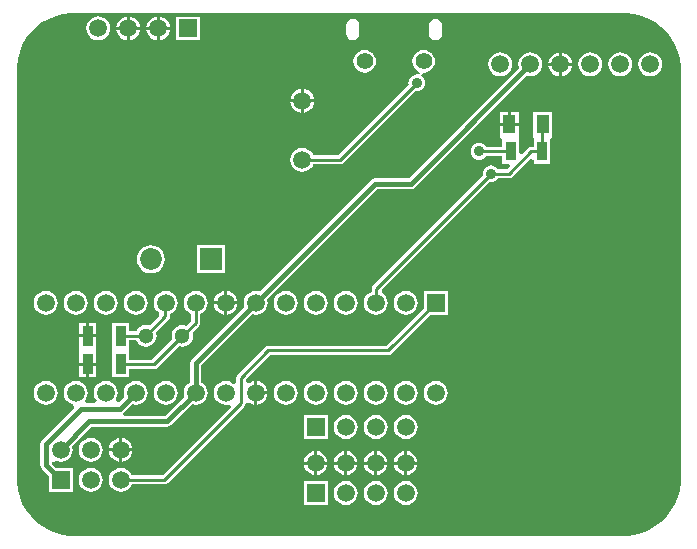
<source format=gbl>
G04*
G04 #@! TF.GenerationSoftware,Altium Limited,Altium Designer,22.1.2 (22)*
G04*
G04 Layer_Physical_Order=2*
G04 Layer_Color=16711680*
%FSLAX25Y25*%
%MOIN*%
G70*
G04*
G04 #@! TF.SameCoordinates,7393A906-C076-4882-B3B6-B19C62209B97*
G04*
G04*
G04 #@! TF.FilePolarity,Positive*
G04*
G01*
G75*
%ADD13C,0.01000*%
%ADD38R,0.04331X0.06496*%
%ADD39C,0.01500*%
%ADD40C,0.05500*%
%ADD41C,0.05906*%
%ADD42C,0.07284*%
%ADD43C,0.05118*%
%ADD44R,0.05906X0.05906*%
%ADD45R,0.07284X0.07284*%
%ADD46R,0.05906X0.05906*%
%ADD47C,0.03600*%
%ADD48R,0.03543X0.06102*%
%ADD49R,0.03740X0.06693*%
G36*
X205251Y174856D02*
X207680Y174205D01*
X210003Y173243D01*
X212181Y171985D01*
X214176Y170455D01*
X215954Y168676D01*
X217485Y166681D01*
X218743Y164503D01*
X219705Y162180D01*
X220356Y159751D01*
X220684Y157257D01*
Y156000D01*
Y20000D01*
Y18743D01*
X220356Y16249D01*
X219705Y13820D01*
X218743Y11497D01*
X217485Y9319D01*
X215954Y7324D01*
X214176Y5545D01*
X212181Y4014D01*
X210003Y2757D01*
X207680Y1795D01*
X205251Y1144D01*
X202757Y816D01*
X17243D01*
X14749Y1144D01*
X12320Y1795D01*
X9997Y2757D01*
X7819Y4014D01*
X5824Y5545D01*
X4045Y7324D01*
X2514Y9319D01*
X1257Y11497D01*
X295Y13820D01*
X-356Y16249D01*
X-684Y18743D01*
Y20000D01*
Y156000D01*
Y157257D01*
X-356Y159751D01*
X295Y162180D01*
X1257Y164503D01*
X2514Y166681D01*
X4045Y168676D01*
X5824Y170455D01*
X7819Y171985D01*
X9997Y173243D01*
X12320Y174205D01*
X14749Y174856D01*
X17243Y175184D01*
X202757D01*
X205251Y174856D01*
D02*
G37*
%LPC*%
G36*
X47000Y173921D02*
Y170500D01*
X50421D01*
X50351Y171032D01*
X49953Y171993D01*
X49319Y172819D01*
X48493Y173453D01*
X47532Y173851D01*
X47000Y173921D01*
D02*
G37*
G36*
X37000D02*
Y170500D01*
X40421D01*
X40351Y171032D01*
X39953Y171993D01*
X39319Y172819D01*
X38493Y173453D01*
X37532Y173851D01*
X37000Y173921D01*
D02*
G37*
G36*
X46000D02*
X45468Y173851D01*
X44507Y173453D01*
X43681Y172819D01*
X43047Y171993D01*
X42649Y171032D01*
X42579Y170500D01*
X46000D01*
Y173921D01*
D02*
G37*
G36*
X36000D02*
X35468Y173851D01*
X34507Y173453D01*
X33681Y172819D01*
X33047Y171993D01*
X32649Y171032D01*
X32579Y170500D01*
X36000D01*
Y173921D01*
D02*
G37*
G36*
X50421Y169500D02*
X47000D01*
Y166079D01*
X47532Y166149D01*
X48493Y166547D01*
X49319Y167181D01*
X49953Y168007D01*
X50351Y168968D01*
X50421Y169500D01*
D02*
G37*
G36*
X40421D02*
X37000D01*
Y166079D01*
X37532Y166149D01*
X38493Y166547D01*
X39319Y167181D01*
X39953Y168007D01*
X40351Y168968D01*
X40421Y169500D01*
D02*
G37*
G36*
X36000D02*
X32579D01*
X32649Y168968D01*
X33047Y168007D01*
X33681Y167181D01*
X34507Y166547D01*
X35468Y166149D01*
X36000Y166079D01*
Y169500D01*
D02*
G37*
G36*
X46000D02*
X42579D01*
X42649Y168968D01*
X43047Y168007D01*
X43681Y167181D01*
X44507Y166547D01*
X45468Y166149D01*
X46000Y166079D01*
Y169500D01*
D02*
G37*
G36*
X60453Y173953D02*
X52547D01*
Y166047D01*
X60453D01*
Y173953D01*
D02*
G37*
G36*
X138937Y173232D02*
X138086Y173062D01*
X137364Y172580D01*
X136882Y171859D01*
X136713Y171008D01*
Y168252D01*
X136882Y167401D01*
X137364Y166680D01*
X138086Y166197D01*
X138937Y166028D01*
X139788Y166197D01*
X140509Y166680D01*
X140992Y167401D01*
X141161Y168252D01*
Y171008D01*
X140992Y171859D01*
X140509Y172580D01*
X139788Y173062D01*
X138937Y173232D01*
D02*
G37*
G36*
X111378D02*
X110527Y173062D01*
X109806Y172580D01*
X109323Y171859D01*
X109154Y171008D01*
Y168252D01*
X109323Y167401D01*
X109806Y166680D01*
X110527Y166197D01*
X111378Y166028D01*
X112229Y166197D01*
X112950Y166680D01*
X113433Y167401D01*
X113602Y168252D01*
Y171008D01*
X113433Y171859D01*
X112950Y172580D01*
X112229Y173062D01*
X111378Y173232D01*
D02*
G37*
G36*
X26500Y173987D02*
X25468Y173851D01*
X24507Y173453D01*
X23681Y172819D01*
X23047Y171993D01*
X22649Y171032D01*
X22513Y170000D01*
X22649Y168968D01*
X23047Y168007D01*
X23681Y167181D01*
X24507Y166547D01*
X25468Y166149D01*
X26500Y166013D01*
X27532Y166149D01*
X28493Y166547D01*
X29319Y167181D01*
X29953Y168007D01*
X30351Y168968D01*
X30487Y170000D01*
X30351Y171032D01*
X29953Y171993D01*
X29319Y172819D01*
X28493Y173453D01*
X27532Y173851D01*
X26500Y173987D01*
D02*
G37*
G36*
X181000Y161921D02*
Y158500D01*
X184421D01*
X184351Y159032D01*
X183953Y159993D01*
X183319Y160819D01*
X182493Y161453D01*
X181532Y161851D01*
X181000Y161921D01*
D02*
G37*
G36*
X180000D02*
X179468Y161851D01*
X178507Y161453D01*
X177681Y160819D01*
X177047Y159993D01*
X176649Y159032D01*
X176579Y158500D01*
X180000D01*
Y161921D01*
D02*
G37*
G36*
X135000Y162782D02*
X134021Y162654D01*
X133109Y162276D01*
X132325Y161674D01*
X131724Y160891D01*
X131346Y159979D01*
X131218Y159000D01*
X131346Y158021D01*
X131724Y157109D01*
X132325Y156325D01*
X133109Y155724D01*
X133407Y155601D01*
X133636Y155092D01*
X133489Y154689D01*
X132879Y154601D01*
X133431Y154528D01*
Y154528D01*
X132700Y154624D01*
X131969Y154528D01*
X131288Y154246D01*
X130703Y153797D01*
X130254Y153212D01*
X129972Y152531D01*
X129876Y151800D01*
X129953Y151216D01*
X106424Y127687D01*
X98145D01*
X97953Y128151D01*
X97319Y128977D01*
X96493Y129610D01*
X95532Y130008D01*
X94500Y130144D01*
X93468Y130008D01*
X92507Y129610D01*
X91681Y128977D01*
X91047Y128151D01*
X90649Y127189D01*
X90513Y126157D01*
X90649Y125126D01*
X91047Y124164D01*
X91681Y123338D01*
X92507Y122705D01*
X93468Y122307D01*
X94500Y122171D01*
X95532Y122307D01*
X96493Y122705D01*
X97319Y123338D01*
X97953Y124164D01*
X98145Y124628D01*
X107057D01*
X107643Y124744D01*
X108139Y125076D01*
X132116Y149053D01*
X132700Y148976D01*
X133431Y149072D01*
X134112Y149354D01*
X134697Y149803D01*
X135146Y150388D01*
X135428Y151069D01*
X135524Y151800D01*
X135428Y152531D01*
X135146Y153212D01*
X134697Y153797D01*
X134296Y154105D01*
X134112Y154246D01*
X134056Y154333D01*
X134645Y155264D01*
X135000Y155218D01*
X135979Y155347D01*
X136891Y155724D01*
X137674Y156325D01*
X138276Y157109D01*
X138654Y158021D01*
X138782Y159000D01*
X138654Y159979D01*
X138276Y160891D01*
X137674Y161674D01*
X136891Y162276D01*
X135979Y162654D01*
X135000Y162782D01*
D02*
G37*
G36*
X115315D02*
X114336Y162654D01*
X113424Y162276D01*
X112640Y161674D01*
X112039Y160891D01*
X111662Y159979D01*
X111533Y159000D01*
X111662Y158021D01*
X112039Y157109D01*
X112640Y156325D01*
X113424Y155724D01*
X114336Y155347D01*
X115315Y155218D01*
X116294Y155347D01*
X117206Y155724D01*
X117990Y156325D01*
X118591Y157109D01*
X118968Y158021D01*
X119097Y159000D01*
X118968Y159979D01*
X118591Y160891D01*
X117990Y161674D01*
X117206Y162276D01*
X116294Y162654D01*
X115315Y162782D01*
D02*
G37*
G36*
X184421Y157500D02*
X181000D01*
Y154079D01*
X181532Y154149D01*
X182493Y154547D01*
X183319Y155181D01*
X183953Y156007D01*
X184351Y156968D01*
X184421Y157500D01*
D02*
G37*
G36*
X180000D02*
X176579D01*
X176649Y156968D01*
X177047Y156007D01*
X177681Y155181D01*
X178507Y154547D01*
X179468Y154149D01*
X180000Y154079D01*
Y157500D01*
D02*
G37*
G36*
X210500Y161987D02*
X209468Y161851D01*
X208507Y161453D01*
X207681Y160819D01*
X207047Y159993D01*
X206649Y159032D01*
X206513Y158000D01*
X206649Y156968D01*
X207047Y156007D01*
X207681Y155181D01*
X208507Y154547D01*
X209468Y154149D01*
X210500Y154013D01*
X211532Y154149D01*
X212493Y154547D01*
X213319Y155181D01*
X213953Y156007D01*
X214351Y156968D01*
X214487Y158000D01*
X214351Y159032D01*
X213953Y159993D01*
X213319Y160819D01*
X212493Y161453D01*
X211532Y161851D01*
X210500Y161987D01*
D02*
G37*
G36*
X200500D02*
X199468Y161851D01*
X198507Y161453D01*
X197681Y160819D01*
X197047Y159993D01*
X196649Y159032D01*
X196513Y158000D01*
X196649Y156968D01*
X197047Y156007D01*
X197681Y155181D01*
X198507Y154547D01*
X199468Y154149D01*
X200500Y154013D01*
X201532Y154149D01*
X202493Y154547D01*
X203319Y155181D01*
X203953Y156007D01*
X204351Y156968D01*
X204487Y158000D01*
X204351Y159032D01*
X203953Y159993D01*
X203319Y160819D01*
X202493Y161453D01*
X201532Y161851D01*
X200500Y161987D01*
D02*
G37*
G36*
X190500D02*
X189468Y161851D01*
X188507Y161453D01*
X187681Y160819D01*
X187047Y159993D01*
X186649Y159032D01*
X186513Y158000D01*
X186649Y156968D01*
X187047Y156007D01*
X187681Y155181D01*
X188507Y154547D01*
X189468Y154149D01*
X190500Y154013D01*
X191532Y154149D01*
X192493Y154547D01*
X193319Y155181D01*
X193953Y156007D01*
X194351Y156968D01*
X194487Y158000D01*
X194351Y159032D01*
X193953Y159993D01*
X193319Y160819D01*
X192493Y161453D01*
X191532Y161851D01*
X190500Y161987D01*
D02*
G37*
G36*
X170500D02*
X169468Y161851D01*
X168507Y161453D01*
X167681Y160819D01*
X167047Y159993D01*
X166649Y159032D01*
X166513Y158000D01*
X166649Y156968D01*
X166736Y156759D01*
X129973Y119997D01*
X118712D01*
X118029Y119861D01*
X117451Y119474D01*
X80241Y82264D01*
X80032Y82351D01*
X79000Y82487D01*
X77968Y82351D01*
X77007Y81953D01*
X76181Y81319D01*
X75547Y80493D01*
X75149Y79532D01*
X75013Y78500D01*
X75149Y77468D01*
X75236Y77259D01*
X57738Y59762D01*
X57351Y59183D01*
X57216Y58500D01*
Y52039D01*
X57007Y51953D01*
X56181Y51319D01*
X55547Y50493D01*
X55149Y49532D01*
X55013Y48500D01*
X55149Y47468D01*
X55236Y47259D01*
X48761Y40784D01*
X35034D01*
X34731Y41784D01*
X34962Y41938D01*
X37759Y44736D01*
X37968Y44649D01*
X39000Y44513D01*
X40032Y44649D01*
X40993Y45047D01*
X41819Y45681D01*
X42453Y46507D01*
X42851Y47468D01*
X42987Y48500D01*
X42851Y49532D01*
X42453Y50493D01*
X41819Y51319D01*
X40993Y51953D01*
X40032Y52351D01*
X39000Y52487D01*
X37968Y52351D01*
X37007Y51953D01*
X36181Y51319D01*
X35547Y50493D01*
X35149Y49532D01*
X35013Y48500D01*
X35149Y47468D01*
X35236Y47259D01*
X33369Y45392D01*
X32918Y45470D01*
X32460Y46490D01*
X32475Y46561D01*
X32851Y47468D01*
X32987Y48500D01*
X32851Y49532D01*
X32453Y50493D01*
X31819Y51319D01*
X30993Y51953D01*
X30032Y52351D01*
X29000Y52487D01*
X27968Y52351D01*
X27007Y51953D01*
X26181Y51319D01*
X25547Y50493D01*
X25149Y49532D01*
X25013Y48500D01*
X25149Y47468D01*
X25547Y46507D01*
X25948Y45984D01*
X25557Y45027D01*
X25516Y44984D01*
X22484D01*
X22443Y45027D01*
X22052Y45984D01*
X22453Y46507D01*
X22851Y47468D01*
X22987Y48500D01*
X22851Y49532D01*
X22453Y50493D01*
X21819Y51319D01*
X20993Y51953D01*
X20032Y52351D01*
X19000Y52487D01*
X17968Y52351D01*
X17007Y51953D01*
X16181Y51319D01*
X15547Y50493D01*
X15149Y49532D01*
X15013Y48500D01*
X15149Y47468D01*
X15547Y46507D01*
X16181Y45681D01*
X17007Y45047D01*
X17968Y44649D01*
X18118Y44629D01*
X18476Y43573D01*
X7736Y32834D01*
X7350Y32255D01*
X7214Y31572D01*
Y24502D01*
X7350Y23819D01*
X7736Y23240D01*
X10047Y20929D01*
Y15547D01*
X17953D01*
Y23453D01*
X12571D01*
X11196Y24827D01*
X11265Y25356D01*
X11472Y25549D01*
X12332Y25913D01*
X12968Y25649D01*
X14000Y25513D01*
X15032Y25649D01*
X15993Y26047D01*
X16819Y26681D01*
X17453Y27507D01*
X17851Y28468D01*
X17987Y29500D01*
X17851Y30532D01*
X17764Y30741D01*
X24239Y37216D01*
X49500D01*
X50183Y37352D01*
X50762Y37738D01*
X57759Y44736D01*
X57968Y44649D01*
X59000Y44513D01*
X60032Y44649D01*
X60993Y45047D01*
X61819Y45681D01*
X62453Y46507D01*
X62851Y47468D01*
X62987Y48500D01*
X62851Y49532D01*
X62453Y50493D01*
X61819Y51319D01*
X60993Y51953D01*
X60784Y52039D01*
Y57761D01*
X77759Y74736D01*
X77968Y74649D01*
X79000Y74513D01*
X80032Y74649D01*
X80993Y75047D01*
X81819Y75681D01*
X82453Y76507D01*
X82851Y77468D01*
X82987Y78500D01*
X82851Y79532D01*
X82764Y79741D01*
X119451Y116428D01*
X130712D01*
X131395Y116564D01*
X131974Y116951D01*
X169259Y154236D01*
X169468Y154149D01*
X170500Y154013D01*
X171532Y154149D01*
X172493Y154547D01*
X173319Y155181D01*
X173953Y156007D01*
X174351Y156968D01*
X174487Y158000D01*
X174351Y159032D01*
X173953Y159993D01*
X173319Y160819D01*
X172493Y161453D01*
X171532Y161851D01*
X170500Y161987D01*
D02*
G37*
G36*
X160500D02*
X159468Y161851D01*
X158507Y161453D01*
X157681Y160819D01*
X157047Y159993D01*
X156649Y159032D01*
X156513Y158000D01*
X156649Y156968D01*
X157047Y156007D01*
X157681Y155181D01*
X158507Y154547D01*
X159468Y154149D01*
X160500Y154013D01*
X161532Y154149D01*
X162493Y154547D01*
X163319Y155181D01*
X163953Y156007D01*
X164351Y156968D01*
X164487Y158000D01*
X164351Y159032D01*
X163953Y159993D01*
X163319Y160819D01*
X162493Y161453D01*
X161532Y161851D01*
X160500Y161987D01*
D02*
G37*
G36*
X95000Y149764D02*
Y146343D01*
X98421D01*
X98351Y146874D01*
X97953Y147836D01*
X97319Y148662D01*
X96493Y149295D01*
X95532Y149694D01*
X95000Y149764D01*
D02*
G37*
G36*
X94000D02*
X93468Y149694D01*
X92507Y149295D01*
X91681Y148662D01*
X91047Y147836D01*
X90649Y146874D01*
X90579Y146343D01*
X94000D01*
Y149764D01*
D02*
G37*
G36*
X98421Y145343D02*
X95000D01*
Y141921D01*
X95532Y141991D01*
X96493Y142390D01*
X97319Y143023D01*
X97953Y143849D01*
X98351Y144811D01*
X98421Y145343D01*
D02*
G37*
G36*
X94000D02*
X90579D01*
X90649Y144811D01*
X91047Y143849D01*
X91681Y143023D01*
X92507Y142390D01*
X93468Y141991D01*
X94000Y141921D01*
Y145343D01*
D02*
G37*
G36*
X166665Y142248D02*
X164000D01*
Y138500D01*
X166665D01*
Y142248D01*
D02*
G37*
G36*
X163000D02*
X160335D01*
Y138500D01*
X163000D01*
Y142248D01*
D02*
G37*
G36*
X177886D02*
X171555D01*
Y134007D01*
X171555Y133752D01*
X171555Y133752D01*
X171661Y133051D01*
X171661D01*
Y130529D01*
X170944D01*
X170359Y130413D01*
X169863Y130081D01*
X167695Y127914D01*
X166772Y128297D01*
Y132796D01*
X166772Y133051D01*
X166665Y134007D01*
Y137500D01*
X163500D01*
X160335D01*
Y133752D01*
X160519D01*
X161228Y133051D01*
X161228Y132752D01*
Y130529D01*
X155856D01*
X155497Y130997D01*
X154912Y131446D01*
X154231Y131728D01*
X153500Y131824D01*
X152769Y131728D01*
X152088Y131446D01*
X151503Y130997D01*
X151054Y130412D01*
X150772Y129731D01*
X150676Y129000D01*
X150772Y128269D01*
X151054Y127588D01*
X151503Y127003D01*
X152088Y126554D01*
X152769Y126272D01*
X153500Y126176D01*
X154231Y126272D01*
X154912Y126554D01*
X155497Y127003D01*
X155856Y127471D01*
X161228D01*
Y124949D01*
X163424D01*
X163806Y124025D01*
X162811Y123029D01*
X159856D01*
X159497Y123497D01*
X158912Y123946D01*
X158231Y124228D01*
X157500Y124324D01*
X156769Y124228D01*
X156088Y123946D01*
X155503Y123497D01*
X155054Y122912D01*
X154772Y122231D01*
X154676Y121500D01*
X154753Y120916D01*
X118142Y84305D01*
X117810Y83809D01*
X117694Y83223D01*
Y82237D01*
X117007Y81953D01*
X116181Y81319D01*
X115547Y80493D01*
X115149Y79532D01*
X115013Y78500D01*
X115149Y77468D01*
X115547Y76507D01*
X116181Y75681D01*
X117007Y75047D01*
X117968Y74649D01*
X119000Y74513D01*
X120032Y74649D01*
X120993Y75047D01*
X121819Y75681D01*
X122453Y76507D01*
X122851Y77468D01*
X122987Y78500D01*
X122851Y79532D01*
X122453Y80493D01*
X121819Y81319D01*
X121216Y81782D01*
X121091Y82645D01*
X121138Y82975D01*
X156916Y118753D01*
X157500Y118676D01*
X158231Y118772D01*
X158912Y119054D01*
X159497Y119503D01*
X159856Y119971D01*
X163444D01*
X164029Y120087D01*
X164526Y120419D01*
X170661Y126554D01*
X171661Y126140D01*
Y124949D01*
X177205D01*
Y133051D01*
X177886Y133752D01*
X177886D01*
Y142248D01*
D02*
G37*
G36*
X68642Y97642D02*
X59358D01*
Y88358D01*
X68642D01*
Y97642D01*
D02*
G37*
G36*
X44000Y97682D02*
X42788Y97522D01*
X41659Y97054D01*
X40690Y96311D01*
X39946Y95341D01*
X39478Y94212D01*
X39318Y93000D01*
X39478Y91788D01*
X39946Y90659D01*
X40690Y89689D01*
X41659Y88946D01*
X42788Y88478D01*
X44000Y88318D01*
X45212Y88478D01*
X46341Y88946D01*
X47311Y89689D01*
X48055Y90659D01*
X48522Y91788D01*
X48682Y93000D01*
X48522Y94212D01*
X48055Y95341D01*
X47311Y96311D01*
X46341Y97054D01*
X45212Y97522D01*
X44000Y97682D01*
D02*
G37*
G36*
X69500Y82421D02*
Y79000D01*
X72921D01*
X72851Y79532D01*
X72453Y80493D01*
X71819Y81319D01*
X70993Y81953D01*
X70032Y82351D01*
X69500Y82421D01*
D02*
G37*
G36*
X68500D02*
X67968Y82351D01*
X67007Y81953D01*
X66181Y81319D01*
X65547Y80493D01*
X65149Y79532D01*
X65079Y79000D01*
X68500D01*
Y82421D01*
D02*
G37*
G36*
X72921Y78000D02*
X69500D01*
Y74579D01*
X70032Y74649D01*
X70993Y75047D01*
X71819Y75681D01*
X72453Y76507D01*
X72851Y77468D01*
X72921Y78000D01*
D02*
G37*
G36*
X68500D02*
X65079D01*
X65149Y77468D01*
X65547Y76507D01*
X66181Y75681D01*
X67007Y75047D01*
X67968Y74649D01*
X68500Y74579D01*
Y78000D01*
D02*
G37*
G36*
X129000Y82487D02*
X127968Y82351D01*
X127007Y81953D01*
X126181Y81319D01*
X125547Y80493D01*
X125149Y79532D01*
X125013Y78500D01*
X125149Y77468D01*
X125547Y76507D01*
X126181Y75681D01*
X127007Y75047D01*
X127968Y74649D01*
X129000Y74513D01*
X130032Y74649D01*
X130993Y75047D01*
X131819Y75681D01*
X132453Y76507D01*
X132851Y77468D01*
X132987Y78500D01*
X132851Y79532D01*
X132453Y80493D01*
X131819Y81319D01*
X130993Y81953D01*
X130032Y82351D01*
X129000Y82487D01*
D02*
G37*
G36*
X109000D02*
X107968Y82351D01*
X107007Y81953D01*
X106181Y81319D01*
X105547Y80493D01*
X105149Y79532D01*
X105013Y78500D01*
X105149Y77468D01*
X105547Y76507D01*
X106181Y75681D01*
X107007Y75047D01*
X107968Y74649D01*
X109000Y74513D01*
X110032Y74649D01*
X110993Y75047D01*
X111819Y75681D01*
X112453Y76507D01*
X112851Y77468D01*
X112987Y78500D01*
X112851Y79532D01*
X112453Y80493D01*
X111819Y81319D01*
X110993Y81953D01*
X110032Y82351D01*
X109000Y82487D01*
D02*
G37*
G36*
X99000D02*
X97968Y82351D01*
X97007Y81953D01*
X96181Y81319D01*
X95547Y80493D01*
X95149Y79532D01*
X95013Y78500D01*
X95149Y77468D01*
X95547Y76507D01*
X96181Y75681D01*
X97007Y75047D01*
X97968Y74649D01*
X99000Y74513D01*
X100032Y74649D01*
X100993Y75047D01*
X101819Y75681D01*
X102453Y76507D01*
X102851Y77468D01*
X102987Y78500D01*
X102851Y79532D01*
X102453Y80493D01*
X101819Y81319D01*
X100993Y81953D01*
X100032Y82351D01*
X99000Y82487D01*
D02*
G37*
G36*
X89000D02*
X87968Y82351D01*
X87007Y81953D01*
X86181Y81319D01*
X85547Y80493D01*
X85149Y79532D01*
X85013Y78500D01*
X85149Y77468D01*
X85547Y76507D01*
X86181Y75681D01*
X87007Y75047D01*
X87968Y74649D01*
X89000Y74513D01*
X90032Y74649D01*
X90993Y75047D01*
X91819Y75681D01*
X92453Y76507D01*
X92851Y77468D01*
X92987Y78500D01*
X92851Y79532D01*
X92453Y80493D01*
X91819Y81319D01*
X90993Y81953D01*
X90032Y82351D01*
X89000Y82487D01*
D02*
G37*
G36*
X39000D02*
X37968Y82351D01*
X37007Y81953D01*
X36181Y81319D01*
X35547Y80493D01*
X35149Y79532D01*
X35013Y78500D01*
X35149Y77468D01*
X35547Y76507D01*
X36181Y75681D01*
X37007Y75047D01*
X37968Y74649D01*
X39000Y74513D01*
X40032Y74649D01*
X40993Y75047D01*
X41819Y75681D01*
X42453Y76507D01*
X42851Y77468D01*
X42987Y78500D01*
X42851Y79532D01*
X42453Y80493D01*
X41819Y81319D01*
X40993Y81953D01*
X40032Y82351D01*
X39000Y82487D01*
D02*
G37*
G36*
X29000D02*
X27968Y82351D01*
X27007Y81953D01*
X26181Y81319D01*
X25547Y80493D01*
X25149Y79532D01*
X25013Y78500D01*
X25149Y77468D01*
X25547Y76507D01*
X26181Y75681D01*
X27007Y75047D01*
X27968Y74649D01*
X29000Y74513D01*
X30032Y74649D01*
X30993Y75047D01*
X31819Y75681D01*
X32453Y76507D01*
X32851Y77468D01*
X32987Y78500D01*
X32851Y79532D01*
X32453Y80493D01*
X31819Y81319D01*
X30993Y81953D01*
X30032Y82351D01*
X29000Y82487D01*
D02*
G37*
G36*
X19000D02*
X17968Y82351D01*
X17007Y81953D01*
X16181Y81319D01*
X15547Y80493D01*
X15149Y79532D01*
X15013Y78500D01*
X15149Y77468D01*
X15547Y76507D01*
X16181Y75681D01*
X17007Y75047D01*
X17968Y74649D01*
X19000Y74513D01*
X20032Y74649D01*
X20993Y75047D01*
X21819Y75681D01*
X22453Y76507D01*
X22851Y77468D01*
X22987Y78500D01*
X22851Y79532D01*
X22453Y80493D01*
X21819Y81319D01*
X20993Y81953D01*
X20032Y82351D01*
X19000Y82487D01*
D02*
G37*
G36*
X9000D02*
X7968Y82351D01*
X7007Y81953D01*
X6181Y81319D01*
X5547Y80493D01*
X5149Y79532D01*
X5013Y78500D01*
X5149Y77468D01*
X5547Y76507D01*
X6181Y75681D01*
X7007Y75047D01*
X7968Y74649D01*
X9000Y74513D01*
X10032Y74649D01*
X10993Y75047D01*
X11819Y75681D01*
X12453Y76507D01*
X12851Y77468D01*
X12987Y78500D01*
X12851Y79532D01*
X12453Y80493D01*
X11819Y81319D01*
X10993Y81953D01*
X10032Y82351D01*
X9000Y82487D01*
D02*
G37*
G36*
X59000D02*
X57968Y82351D01*
X57007Y81953D01*
X56181Y81319D01*
X55547Y80493D01*
X55149Y79532D01*
X55013Y78500D01*
X55149Y77468D01*
X55547Y76507D01*
X56181Y75681D01*
X57007Y75047D01*
X57471Y74855D01*
Y72563D01*
X55774Y70867D01*
X55531Y70967D01*
X54602Y71090D01*
X53673Y70967D01*
X52807Y70609D01*
X52064Y70038D01*
X51494Y69295D01*
X51135Y68429D01*
X51013Y67500D01*
X51135Y66571D01*
X51245Y66305D01*
X44469Y59529D01*
X36882D01*
Y62154D01*
X36882Y62347D01*
Y63153D01*
X36882Y63346D01*
Y65971D01*
X39179D01*
X39289Y65705D01*
X39859Y64962D01*
X40603Y64391D01*
X41469Y64033D01*
X42398Y63910D01*
X43327Y64033D01*
X44192Y64391D01*
X44936Y64962D01*
X45507Y65705D01*
X45865Y66571D01*
X45987Y67500D01*
X45865Y68429D01*
X45755Y68695D01*
X50026Y72966D01*
X50358Y73462D01*
X50474Y74047D01*
Y74832D01*
X50993Y75047D01*
X51819Y75681D01*
X52453Y76507D01*
X52851Y77468D01*
X52987Y78500D01*
X52851Y79532D01*
X52453Y80493D01*
X51819Y81319D01*
X50993Y81953D01*
X50032Y82351D01*
X49000Y82487D01*
X47968Y82351D01*
X47007Y81953D01*
X46181Y81319D01*
X45547Y80493D01*
X45149Y79532D01*
X45013Y78500D01*
X45149Y77468D01*
X45547Y76507D01*
X46181Y75681D01*
X46645Y75325D01*
X46837Y74274D01*
X46790Y74055D01*
X43592Y70858D01*
X43327Y70967D01*
X42398Y71090D01*
X41469Y70967D01*
X40603Y70609D01*
X39859Y70038D01*
X39289Y69295D01*
X39179Y69029D01*
X36882D01*
Y71846D01*
X31142D01*
Y63346D01*
X31142Y63153D01*
Y62347D01*
X31142Y62154D01*
Y53654D01*
X36882D01*
Y56471D01*
X45102D01*
X45688Y56587D01*
X46184Y56919D01*
X53408Y64143D01*
X53673Y64033D01*
X54602Y63910D01*
X55531Y64033D01*
X56397Y64391D01*
X57141Y64962D01*
X57711Y65705D01*
X58070Y66571D01*
X58192Y67500D01*
X58070Y68429D01*
X57950Y68717D01*
X60081Y70849D01*
X60413Y71345D01*
X60529Y71930D01*
Y74855D01*
X60993Y75047D01*
X61819Y75681D01*
X62453Y76507D01*
X62851Y77468D01*
X62987Y78500D01*
X62851Y79532D01*
X62453Y80493D01*
X61819Y81319D01*
X60993Y81953D01*
X60032Y82351D01*
X59000Y82487D01*
D02*
G37*
G36*
X25858Y71846D02*
X23488D01*
Y68000D01*
X25858D01*
Y71846D01*
D02*
G37*
G36*
X22488D02*
X20118D01*
Y68000D01*
X22488D01*
Y71846D01*
D02*
G37*
G36*
X25858Y67000D02*
X22988D01*
X20118D01*
Y63346D01*
X20118Y63153D01*
Y62347D01*
X20118Y62154D01*
Y58500D01*
X22988D01*
X25858D01*
Y62154D01*
X25858Y62347D01*
Y63153D01*
X25858Y63346D01*
Y67000D01*
D02*
G37*
G36*
Y57500D02*
X23488D01*
Y53654D01*
X25858D01*
Y57500D01*
D02*
G37*
G36*
X22488D02*
X20118D01*
Y53654D01*
X22488D01*
Y57500D01*
D02*
G37*
G36*
X142953Y82453D02*
X135047D01*
Y76710D01*
X122515Y64178D01*
X83149D01*
X82563Y64061D01*
X82067Y63730D01*
X73019Y54681D01*
X72687Y54185D01*
X72571Y53600D01*
Y51952D01*
X72392Y51802D01*
X71571Y51510D01*
X70993Y51953D01*
X70032Y52351D01*
X69000Y52487D01*
X67968Y52351D01*
X67007Y51953D01*
X66181Y51319D01*
X65547Y50493D01*
X65149Y49532D01*
X65013Y48500D01*
X65149Y47468D01*
X65547Y46507D01*
X66181Y45681D01*
X67007Y45047D01*
X67968Y44649D01*
X69000Y44513D01*
X70032Y44649D01*
X70271Y44748D01*
X70837Y43900D01*
X47967Y21029D01*
X37645D01*
X37453Y21493D01*
X36819Y22319D01*
X35993Y22953D01*
X35032Y23351D01*
X34000Y23487D01*
X32968Y23351D01*
X32007Y22953D01*
X31181Y22319D01*
X30547Y21493D01*
X30149Y20532D01*
X30013Y19500D01*
X30149Y18468D01*
X30547Y17507D01*
X31181Y16681D01*
X32007Y16047D01*
X32968Y15649D01*
X34000Y15513D01*
X35032Y15649D01*
X35993Y16047D01*
X36819Y16681D01*
X37453Y17507D01*
X37645Y17971D01*
X48600D01*
X49185Y18087D01*
X49681Y18419D01*
X75181Y43919D01*
X75513Y44415D01*
X75602Y44864D01*
X75987Y45120D01*
X76629Y45337D01*
X77007Y45047D01*
X77968Y44649D01*
X78500Y44579D01*
Y48500D01*
Y52421D01*
X77968Y52351D01*
X77007Y51953D01*
X76703Y51720D01*
X75831Y52129D01*
X75738Y53075D01*
X83782Y61119D01*
X123149D01*
X123734Y61236D01*
X124230Y61567D01*
X137210Y74547D01*
X142953D01*
Y82453D01*
D02*
G37*
G36*
X79500Y52421D02*
Y49000D01*
X82921D01*
X82851Y49532D01*
X82453Y50493D01*
X81819Y51319D01*
X80993Y51953D01*
X80032Y52351D01*
X79500Y52421D01*
D02*
G37*
G36*
X82921Y48000D02*
X79500D01*
Y44579D01*
X80032Y44649D01*
X80993Y45047D01*
X81819Y45681D01*
X82453Y46507D01*
X82851Y47468D01*
X82921Y48000D01*
D02*
G37*
G36*
X139000Y52487D02*
X137968Y52351D01*
X137007Y51953D01*
X136181Y51319D01*
X135547Y50493D01*
X135149Y49532D01*
X135013Y48500D01*
X135149Y47468D01*
X135547Y46507D01*
X136181Y45681D01*
X137007Y45047D01*
X137968Y44649D01*
X139000Y44513D01*
X140032Y44649D01*
X140993Y45047D01*
X141819Y45681D01*
X142453Y46507D01*
X142851Y47468D01*
X142987Y48500D01*
X142851Y49532D01*
X142453Y50493D01*
X141819Y51319D01*
X140993Y51953D01*
X140032Y52351D01*
X139000Y52487D01*
D02*
G37*
G36*
X129000D02*
X127968Y52351D01*
X127007Y51953D01*
X126181Y51319D01*
X125547Y50493D01*
X125149Y49532D01*
X125013Y48500D01*
X125149Y47468D01*
X125547Y46507D01*
X126181Y45681D01*
X127007Y45047D01*
X127968Y44649D01*
X129000Y44513D01*
X130032Y44649D01*
X130993Y45047D01*
X131819Y45681D01*
X132453Y46507D01*
X132851Y47468D01*
X132987Y48500D01*
X132851Y49532D01*
X132453Y50493D01*
X131819Y51319D01*
X130993Y51953D01*
X130032Y52351D01*
X129000Y52487D01*
D02*
G37*
G36*
X119000D02*
X117968Y52351D01*
X117007Y51953D01*
X116181Y51319D01*
X115547Y50493D01*
X115149Y49532D01*
X115013Y48500D01*
X115149Y47468D01*
X115547Y46507D01*
X116181Y45681D01*
X117007Y45047D01*
X117968Y44649D01*
X119000Y44513D01*
X120032Y44649D01*
X120993Y45047D01*
X121819Y45681D01*
X122453Y46507D01*
X122851Y47468D01*
X122987Y48500D01*
X122851Y49532D01*
X122453Y50493D01*
X121819Y51319D01*
X120993Y51953D01*
X120032Y52351D01*
X119000Y52487D01*
D02*
G37*
G36*
X109000D02*
X107968Y52351D01*
X107007Y51953D01*
X106181Y51319D01*
X105547Y50493D01*
X105149Y49532D01*
X105013Y48500D01*
X105149Y47468D01*
X105547Y46507D01*
X106181Y45681D01*
X107007Y45047D01*
X107968Y44649D01*
X109000Y44513D01*
X110032Y44649D01*
X110993Y45047D01*
X111819Y45681D01*
X112453Y46507D01*
X112851Y47468D01*
X112987Y48500D01*
X112851Y49532D01*
X112453Y50493D01*
X111819Y51319D01*
X110993Y51953D01*
X110032Y52351D01*
X109000Y52487D01*
D02*
G37*
G36*
X99000D02*
X97968Y52351D01*
X97007Y51953D01*
X96181Y51319D01*
X95547Y50493D01*
X95149Y49532D01*
X95013Y48500D01*
X95149Y47468D01*
X95547Y46507D01*
X96181Y45681D01*
X97007Y45047D01*
X97968Y44649D01*
X99000Y44513D01*
X100032Y44649D01*
X100993Y45047D01*
X101819Y45681D01*
X102453Y46507D01*
X102851Y47468D01*
X102987Y48500D01*
X102851Y49532D01*
X102453Y50493D01*
X101819Y51319D01*
X100993Y51953D01*
X100032Y52351D01*
X99000Y52487D01*
D02*
G37*
G36*
X89000D02*
X87968Y52351D01*
X87007Y51953D01*
X86181Y51319D01*
X85547Y50493D01*
X85149Y49532D01*
X85013Y48500D01*
X85149Y47468D01*
X85547Y46507D01*
X86181Y45681D01*
X87007Y45047D01*
X87968Y44649D01*
X89000Y44513D01*
X90032Y44649D01*
X90993Y45047D01*
X91819Y45681D01*
X92453Y46507D01*
X92851Y47468D01*
X92987Y48500D01*
X92851Y49532D01*
X92453Y50493D01*
X91819Y51319D01*
X90993Y51953D01*
X90032Y52351D01*
X89000Y52487D01*
D02*
G37*
G36*
X49000D02*
X47968Y52351D01*
X47007Y51953D01*
X46181Y51319D01*
X45547Y50493D01*
X45149Y49532D01*
X45013Y48500D01*
X45149Y47468D01*
X45547Y46507D01*
X46181Y45681D01*
X47007Y45047D01*
X47968Y44649D01*
X49000Y44513D01*
X50032Y44649D01*
X50993Y45047D01*
X51819Y45681D01*
X52453Y46507D01*
X52851Y47468D01*
X52987Y48500D01*
X52851Y49532D01*
X52453Y50493D01*
X51819Y51319D01*
X50993Y51953D01*
X50032Y52351D01*
X49000Y52487D01*
D02*
G37*
G36*
X9000D02*
X7968Y52351D01*
X7007Y51953D01*
X6181Y51319D01*
X5547Y50493D01*
X5149Y49532D01*
X5013Y48500D01*
X5149Y47468D01*
X5547Y46507D01*
X6181Y45681D01*
X7007Y45047D01*
X7968Y44649D01*
X9000Y44513D01*
X10032Y44649D01*
X10993Y45047D01*
X11819Y45681D01*
X12453Y46507D01*
X12851Y47468D01*
X12987Y48500D01*
X12851Y49532D01*
X12453Y50493D01*
X11819Y51319D01*
X10993Y51953D01*
X10032Y52351D01*
X9000Y52487D01*
D02*
G37*
G36*
X102953Y41063D02*
X95047D01*
Y33158D01*
X102953D01*
Y41063D01*
D02*
G37*
G36*
X129000Y41097D02*
X127968Y40961D01*
X127007Y40563D01*
X126181Y39929D01*
X125547Y39104D01*
X125149Y38142D01*
X125013Y37110D01*
X125149Y36078D01*
X125547Y35117D01*
X126181Y34291D01*
X127007Y33658D01*
X127968Y33259D01*
X129000Y33123D01*
X130032Y33259D01*
X130993Y33658D01*
X131819Y34291D01*
X132453Y35117D01*
X132851Y36078D01*
X132987Y37110D01*
X132851Y38142D01*
X132453Y39104D01*
X131819Y39929D01*
X130993Y40563D01*
X130032Y40961D01*
X129000Y41097D01*
D02*
G37*
G36*
X119000D02*
X117968Y40961D01*
X117007Y40563D01*
X116181Y39929D01*
X115547Y39104D01*
X115149Y38142D01*
X115013Y37110D01*
X115149Y36078D01*
X115547Y35117D01*
X116181Y34291D01*
X117007Y33658D01*
X117968Y33259D01*
X119000Y33123D01*
X120032Y33259D01*
X120993Y33658D01*
X121819Y34291D01*
X122453Y35117D01*
X122851Y36078D01*
X122987Y37110D01*
X122851Y38142D01*
X122453Y39104D01*
X121819Y39929D01*
X120993Y40563D01*
X120032Y40961D01*
X119000Y41097D01*
D02*
G37*
G36*
X109000D02*
X107968Y40961D01*
X107007Y40563D01*
X106181Y39929D01*
X105547Y39104D01*
X105149Y38142D01*
X105013Y37110D01*
X105149Y36078D01*
X105547Y35117D01*
X106181Y34291D01*
X107007Y33658D01*
X107968Y33259D01*
X109000Y33123D01*
X110032Y33259D01*
X110993Y33658D01*
X111819Y34291D01*
X112453Y35117D01*
X112851Y36078D01*
X112987Y37110D01*
X112851Y38142D01*
X112453Y39104D01*
X111819Y39929D01*
X110993Y40563D01*
X110032Y40961D01*
X109000Y41097D01*
D02*
G37*
G36*
X34500Y33421D02*
Y30000D01*
X37921D01*
X37851Y30532D01*
X37453Y31493D01*
X36819Y32319D01*
X35993Y32953D01*
X35032Y33351D01*
X34500Y33421D01*
D02*
G37*
G36*
X33500D02*
X32968Y33351D01*
X32007Y32953D01*
X31181Y32319D01*
X30547Y31493D01*
X30149Y30532D01*
X30079Y30000D01*
X33500D01*
Y33421D01*
D02*
G37*
G36*
X129500Y29031D02*
Y25610D01*
X132921D01*
X132851Y26142D01*
X132453Y27104D01*
X131819Y27929D01*
X130993Y28563D01*
X130032Y28961D01*
X129500Y29031D01*
D02*
G37*
G36*
X128500D02*
X127968Y28961D01*
X127007Y28563D01*
X126181Y27929D01*
X125547Y27104D01*
X125149Y26142D01*
X125079Y25610D01*
X128500D01*
Y29031D01*
D02*
G37*
G36*
X119500D02*
Y25610D01*
X122921D01*
X122851Y26142D01*
X122453Y27104D01*
X121819Y27929D01*
X120993Y28563D01*
X120032Y28961D01*
X119500Y29031D01*
D02*
G37*
G36*
X118500D02*
X117968Y28961D01*
X117007Y28563D01*
X116181Y27929D01*
X115547Y27104D01*
X115149Y26142D01*
X115079Y25610D01*
X118500D01*
Y29031D01*
D02*
G37*
G36*
X109500D02*
Y25610D01*
X112921D01*
X112851Y26142D01*
X112453Y27104D01*
X111819Y27929D01*
X110993Y28563D01*
X110032Y28961D01*
X109500Y29031D01*
D02*
G37*
G36*
X108500D02*
X107968Y28961D01*
X107007Y28563D01*
X106181Y27929D01*
X105547Y27104D01*
X105149Y26142D01*
X105079Y25610D01*
X108500D01*
Y29031D01*
D02*
G37*
G36*
X99500D02*
Y25610D01*
X102921D01*
X102851Y26142D01*
X102453Y27104D01*
X101819Y27929D01*
X100993Y28563D01*
X100032Y28961D01*
X99500Y29031D01*
D02*
G37*
G36*
X98500D02*
X97968Y28961D01*
X97007Y28563D01*
X96181Y27929D01*
X95547Y27104D01*
X95149Y26142D01*
X95079Y25610D01*
X98500D01*
Y29031D01*
D02*
G37*
G36*
X37921Y29000D02*
X34500D01*
Y25579D01*
X35032Y25649D01*
X35993Y26047D01*
X36819Y26681D01*
X37453Y27507D01*
X37851Y28468D01*
X37921Y29000D01*
D02*
G37*
G36*
X33500D02*
X30079D01*
X30149Y28468D01*
X30547Y27507D01*
X31181Y26681D01*
X32007Y26047D01*
X32968Y25649D01*
X33500Y25579D01*
Y29000D01*
D02*
G37*
G36*
X24000Y33487D02*
X22968Y33351D01*
X22007Y32953D01*
X21181Y32319D01*
X20547Y31493D01*
X20149Y30532D01*
X20013Y29500D01*
X20149Y28468D01*
X20547Y27507D01*
X21181Y26681D01*
X22007Y26047D01*
X22968Y25649D01*
X24000Y25513D01*
X25032Y25649D01*
X25993Y26047D01*
X26819Y26681D01*
X27453Y27507D01*
X27851Y28468D01*
X27987Y29500D01*
X27851Y30532D01*
X27453Y31493D01*
X26819Y32319D01*
X25993Y32953D01*
X25032Y33351D01*
X24000Y33487D01*
D02*
G37*
G36*
X132921Y24610D02*
X129500D01*
Y21189D01*
X130032Y21259D01*
X130993Y21657D01*
X131819Y22291D01*
X132453Y23117D01*
X132851Y24078D01*
X132921Y24610D01*
D02*
G37*
G36*
X128500D02*
X125079D01*
X125149Y24078D01*
X125547Y23117D01*
X126181Y22291D01*
X127007Y21657D01*
X127968Y21259D01*
X128500Y21189D01*
Y24610D01*
D02*
G37*
G36*
X122921D02*
X119500D01*
Y21189D01*
X120032Y21259D01*
X120993Y21657D01*
X121819Y22291D01*
X122453Y23117D01*
X122851Y24078D01*
X122921Y24610D01*
D02*
G37*
G36*
X118500D02*
X115079D01*
X115149Y24078D01*
X115547Y23117D01*
X116181Y22291D01*
X117007Y21657D01*
X117968Y21259D01*
X118500Y21189D01*
Y24610D01*
D02*
G37*
G36*
X112921D02*
X109500D01*
Y21189D01*
X110032Y21259D01*
X110993Y21657D01*
X111819Y22291D01*
X112453Y23117D01*
X112851Y24078D01*
X112921Y24610D01*
D02*
G37*
G36*
X108500D02*
X105079D01*
X105149Y24078D01*
X105547Y23117D01*
X106181Y22291D01*
X107007Y21657D01*
X107968Y21259D01*
X108500Y21189D01*
Y24610D01*
D02*
G37*
G36*
X102921D02*
X99500D01*
Y21189D01*
X100032Y21259D01*
X100993Y21657D01*
X101819Y22291D01*
X102453Y23117D01*
X102851Y24078D01*
X102921Y24610D01*
D02*
G37*
G36*
X98500D02*
X95079D01*
X95149Y24078D01*
X95547Y23117D01*
X96181Y22291D01*
X97007Y21657D01*
X97968Y21259D01*
X98500Y21189D01*
Y24610D01*
D02*
G37*
G36*
X24000Y23487D02*
X22968Y23351D01*
X22007Y22953D01*
X21181Y22319D01*
X20547Y21493D01*
X20149Y20532D01*
X20013Y19500D01*
X20149Y18468D01*
X20547Y17507D01*
X21181Y16681D01*
X22007Y16047D01*
X22968Y15649D01*
X24000Y15513D01*
X25032Y15649D01*
X25993Y16047D01*
X26819Y16681D01*
X27453Y17507D01*
X27851Y18468D01*
X27987Y19500D01*
X27851Y20532D01*
X27453Y21493D01*
X26819Y22319D01*
X25993Y22953D01*
X25032Y23351D01*
X24000Y23487D01*
D02*
G37*
G36*
X102953Y19063D02*
X95047D01*
Y11157D01*
X102953D01*
Y19063D01*
D02*
G37*
G36*
X129000Y19097D02*
X127968Y18961D01*
X127007Y18563D01*
X126181Y17929D01*
X125547Y17104D01*
X125149Y16142D01*
X125013Y15110D01*
X125149Y14078D01*
X125547Y13117D01*
X126181Y12291D01*
X127007Y11658D01*
X127968Y11259D01*
X129000Y11123D01*
X130032Y11259D01*
X130993Y11658D01*
X131819Y12291D01*
X132453Y13117D01*
X132851Y14078D01*
X132987Y15110D01*
X132851Y16142D01*
X132453Y17104D01*
X131819Y17929D01*
X130993Y18563D01*
X130032Y18961D01*
X129000Y19097D01*
D02*
G37*
G36*
X119000D02*
X117968Y18961D01*
X117007Y18563D01*
X116181Y17929D01*
X115547Y17104D01*
X115149Y16142D01*
X115013Y15110D01*
X115149Y14078D01*
X115547Y13117D01*
X116181Y12291D01*
X117007Y11658D01*
X117968Y11259D01*
X119000Y11123D01*
X120032Y11259D01*
X120993Y11658D01*
X121819Y12291D01*
X122453Y13117D01*
X122851Y14078D01*
X122987Y15110D01*
X122851Y16142D01*
X122453Y17104D01*
X121819Y17929D01*
X120993Y18563D01*
X120032Y18961D01*
X119000Y19097D01*
D02*
G37*
G36*
X109000D02*
X107968Y18961D01*
X107007Y18563D01*
X106181Y17929D01*
X105547Y17104D01*
X105149Y16142D01*
X105013Y15110D01*
X105149Y14078D01*
X105547Y13117D01*
X106181Y12291D01*
X107007Y11658D01*
X107968Y11259D01*
X109000Y11123D01*
X110032Y11259D01*
X110993Y11658D01*
X111819Y12291D01*
X112453Y13117D01*
X112851Y14078D01*
X112987Y15110D01*
X112851Y16142D01*
X112453Y17104D01*
X111819Y17929D01*
X110993Y18563D01*
X110032Y18961D01*
X109000Y19097D01*
D02*
G37*
%LPD*%
D13*
X107057Y126157D02*
X132700Y151800D01*
X94500Y126157D02*
X107057D01*
X74100Y45000D02*
Y53600D01*
X83149Y62649D01*
X48600Y19500D02*
X74100Y45000D01*
X34000Y19500D02*
X48600D01*
X83149Y62649D02*
X123149D01*
X157500Y121500D02*
X163444D01*
X170944Y129000D02*
X174433D01*
X163444Y121500D02*
X170944Y129000D01*
X174433D02*
Y137713D01*
X174721Y138000D01*
X153500Y129000D02*
X164000D01*
X34012Y67500D02*
X42398D01*
X34012Y58000D02*
X45102D01*
X54602Y67500D01*
Y67532D02*
X59000Y71930D01*
Y78500D01*
X48945Y74047D02*
Y78445D01*
X42398Y67500D02*
X48945Y74047D01*
Y78445D02*
X49000Y78500D01*
X119223Y78723D02*
Y83223D01*
X119000Y78500D02*
X119223Y78723D01*
Y83223D02*
X157500Y121500D01*
X119000Y78500D02*
X120000D01*
X123149Y62649D02*
X139000Y78500D01*
D38*
X163500Y138000D02*
D03*
X174721D02*
D03*
D39*
X8998Y31572D02*
X20626Y43200D01*
X33700D02*
X39000Y48500D01*
X20626Y43200D02*
X33700D01*
X8998Y24502D02*
X14000Y19500D01*
X8998Y24502D02*
Y31572D01*
X14000Y29500D02*
X23500Y39000D01*
X49500D01*
X59000Y48500D01*
X130712Y118212D02*
X170500Y158000D01*
X118712Y118212D02*
X130712D01*
X79000Y78500D02*
X118712Y118212D01*
X59000Y58500D02*
X79000Y78500D01*
X59000Y48500D02*
Y58500D01*
D40*
X115315Y159000D02*
D03*
X135000D02*
D03*
D41*
X180500Y158000D02*
D03*
X200500D02*
D03*
X210500D02*
D03*
X190500D02*
D03*
X170500D02*
D03*
X160500D02*
D03*
X129000Y78500D02*
D03*
X119000D02*
D03*
X109000D02*
D03*
X99000D02*
D03*
X89000D02*
D03*
X79000D02*
D03*
X69000D02*
D03*
X59000D02*
D03*
X49000D02*
D03*
X39000D02*
D03*
X29000D02*
D03*
X19000D02*
D03*
X9000D02*
D03*
X139000Y48500D02*
D03*
X129000D02*
D03*
X119000D02*
D03*
X109000D02*
D03*
X99000D02*
D03*
X89000D02*
D03*
X79000D02*
D03*
X69000D02*
D03*
X59000D02*
D03*
X49000D02*
D03*
X39000D02*
D03*
X29000D02*
D03*
X19000D02*
D03*
X9000D02*
D03*
X94500Y145843D02*
D03*
X94500Y126157D02*
D03*
X34000Y29500D02*
D03*
Y19500D02*
D03*
X24000Y29500D02*
D03*
Y19500D02*
D03*
X14000Y29500D02*
D03*
X99000Y25110D02*
D03*
X109000Y15110D02*
D03*
Y25110D02*
D03*
X119000Y15110D02*
D03*
Y25110D02*
D03*
X129000Y15110D02*
D03*
Y25110D02*
D03*
X109000Y37110D02*
D03*
X119000D02*
D03*
X129000D02*
D03*
X46500Y170000D02*
D03*
X36500D02*
D03*
X26500D02*
D03*
D42*
X44000Y93000D02*
D03*
D43*
X54602Y67500D02*
D03*
X42398D02*
D03*
D44*
X139000Y78500D02*
D03*
D45*
X64000Y93000D02*
D03*
D46*
X14000Y19500D02*
D03*
X99000Y15110D02*
D03*
Y37110D02*
D03*
X56500Y170000D02*
D03*
D47*
X132700Y151800D02*
D03*
X153500Y129000D02*
D03*
X157500Y121500D02*
D03*
D48*
X174433Y129000D02*
D03*
X164000D02*
D03*
D49*
X22988Y58000D02*
D03*
X34012D02*
D03*
X22988Y67500D02*
D03*
X34012D02*
D03*
M02*

</source>
